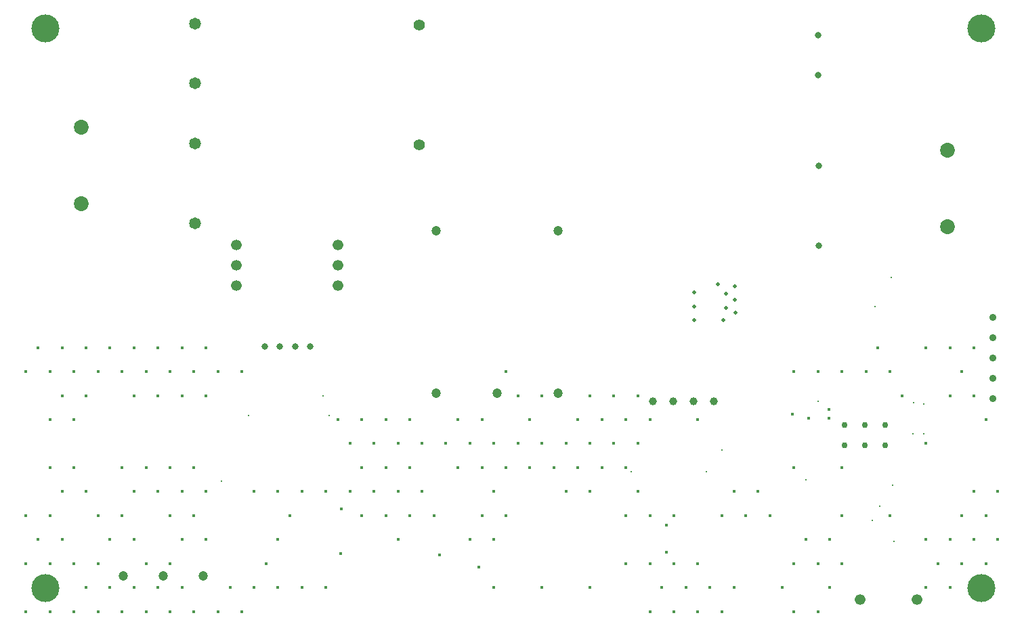
<source format=gbr>
%TF.GenerationSoftware,Altium Limited,Altium Designer,23.6.0 (18)*%
G04 Layer_Color=0*
%FSLAX45Y45*%
%MOMM*%
%TF.SameCoordinates,1BF17B70-E076-4422-95A1-EF062E3CA17A*%
%TF.FilePolarity,Positive*%
%TF.FileFunction,Plated,1,2,PTH,Drill*%
%TF.Part,Single*%
G01*
G75*
%TA.AperFunction,OtherDrill,Pad Free-2 (121mm,4mm)*%
%ADD110C,3.50000*%
%TA.AperFunction,OtherDrill,Pad Free-2 (4mm,4mm)*%
%ADD111C,3.50000*%
%TA.AperFunction,OtherDrill,Pad Free-2 (4mm,74mm)*%
%ADD112C,3.50000*%
%TA.AperFunction,OtherDrill,Pad Free-2 (121mm,74mm)*%
%ADD113C,3.50000*%
%TA.AperFunction,ComponentDrill*%
%ADD114C,1.20000*%
%ADD115C,1.20000*%
%ADD116C,0.80000*%
%ADD117C,1.33000*%
%ADD118C,0.81000*%
%ADD119C,1.33000*%
%ADD120C,0.76200*%
%ADD121C,1.85400*%
%ADD122C,1.48000*%
%ADD123C,1.40000*%
%ADD124C,0.90000*%
%ADD125C,1.00000*%
%TA.AperFunction,ViaDrill,NotFilled*%
%ADD126C,0.40000*%
%ADD127C,0.30000*%
%ADD128C,0.50000*%
D110*
X12100000Y400000D02*
D03*
D111*
X400000D02*
D03*
D112*
Y7400000D02*
D03*
D113*
X12100000D02*
D03*
D114*
X2370000Y550000D02*
D03*
X1870000D02*
D03*
X1370000D02*
D03*
D115*
X5285500Y2836500D02*
D03*
X6047500D02*
D03*
X6809500D02*
D03*
X5285500Y4868500D02*
D03*
X6809500D02*
D03*
D116*
X10060000Y7317500D02*
D03*
Y6817500D02*
D03*
X10062500Y5682500D02*
D03*
Y4682500D02*
D03*
D117*
X11295000Y255000D02*
D03*
X10580000D02*
D03*
D118*
X3136750Y3424000D02*
D03*
X3327250D02*
D03*
X3517750D02*
D03*
X3708250D02*
D03*
D119*
X4057500Y4186000D02*
D03*
Y4440000D02*
D03*
Y4694000D02*
D03*
X2787500D02*
D03*
Y4440000D02*
D03*
Y4186000D02*
D03*
D120*
X10894000Y2188500D02*
D03*
X10386000D02*
D03*
X10640000D02*
D03*
X10386000Y2442500D02*
D03*
X10640000D02*
D03*
X10894000D02*
D03*
D121*
X11675000Y4925000D02*
D03*
Y5877500D02*
D03*
X850000Y5210000D02*
D03*
Y6162500D02*
D03*
D122*
X2272500Y4965000D02*
D03*
Y5965000D02*
D03*
Y6715000D02*
D03*
Y7465000D02*
D03*
D123*
X5070000Y5947500D02*
D03*
Y7447500D02*
D03*
D124*
X12240000Y2769000D02*
D03*
Y3023000D02*
D03*
Y3277000D02*
D03*
Y3531000D02*
D03*
Y3785000D02*
D03*
D125*
X8756500Y2740000D02*
D03*
X8502500D02*
D03*
X8248500D02*
D03*
X7994500D02*
D03*
D126*
X10189683Y2632379D02*
D03*
Y2527353D02*
D03*
X9941500D02*
D03*
X9735000Y2576945D02*
D03*
X6155002Y3107500D02*
D03*
X12155000Y2507500D02*
D03*
X12305000Y1607500D02*
D03*
X12155000Y1307500D02*
D03*
X12305000Y1007500D02*
D03*
X12155000Y707500D02*
D03*
X12005000Y3407500D02*
D03*
X11855000Y3107500D02*
D03*
X12005000Y2807500D02*
D03*
Y1607500D02*
D03*
X11855000Y1307500D02*
D03*
X12005000Y1007500D02*
D03*
X11855000Y707500D02*
D03*
X11705000Y3407500D02*
D03*
Y2807500D02*
D03*
Y1007500D02*
D03*
X11555000Y707500D02*
D03*
X11705000Y407501D02*
D03*
X11405000Y3407500D02*
D03*
Y2207500D02*
D03*
Y1007500D02*
D03*
Y407501D02*
D03*
X10955000Y3107500D02*
D03*
X11105000Y2807500D02*
D03*
X10955000Y1307500D02*
D03*
X10805000Y3407500D02*
D03*
X10655001Y3107500D02*
D03*
X10355001D02*
D03*
Y1907500D02*
D03*
Y1307500D02*
D03*
Y707500D02*
D03*
X10055001Y3107500D02*
D03*
X10205001Y1007500D02*
D03*
X10055001Y707500D02*
D03*
X10205001Y407501D02*
D03*
X10055001Y107501D02*
D03*
X9755001Y3107500D02*
D03*
Y1907500D02*
D03*
X9905001Y1007500D02*
D03*
X9755001Y707500D02*
D03*
Y107501D02*
D03*
X9455001Y1307500D02*
D03*
X9605001Y407501D02*
D03*
X9305001Y1607500D02*
D03*
X9155001Y1307500D02*
D03*
X9005001Y1607500D02*
D03*
X8855001Y1307500D02*
D03*
X9005001Y407501D02*
D03*
X8855001Y107501D02*
D03*
X8555001Y2507500D02*
D03*
Y707500D02*
D03*
X8705001Y407501D02*
D03*
X8555001Y107501D02*
D03*
X8255001Y1307500D02*
D03*
Y707500D02*
D03*
X8405001Y407501D02*
D03*
X8255001Y107501D02*
D03*
X7955001Y2507500D02*
D03*
Y1307500D02*
D03*
Y707500D02*
D03*
X8105001Y407501D02*
D03*
X7955001Y107501D02*
D03*
X7805001Y2807500D02*
D03*
X7655001Y2507500D02*
D03*
X7805001Y2207500D02*
D03*
X7655001Y1907500D02*
D03*
X7805001Y1607500D02*
D03*
X7655001Y1307500D02*
D03*
Y707500D02*
D03*
X7505002Y2807500D02*
D03*
X7355002Y2507500D02*
D03*
X7505002Y2207500D02*
D03*
X7355002Y1907500D02*
D03*
X7205002Y2807500D02*
D03*
X7055002Y2507500D02*
D03*
X7205002Y2207500D02*
D03*
X7055002Y1907500D02*
D03*
X7205002Y1607500D02*
D03*
Y407501D02*
D03*
X6905002Y2207500D02*
D03*
X6755002Y1907500D02*
D03*
X6905002Y1607500D02*
D03*
X6605002Y2807500D02*
D03*
X6455002Y2507500D02*
D03*
X6605002Y2207500D02*
D03*
X6455002Y1907500D02*
D03*
X6605002Y407501D02*
D03*
X6305002Y2807500D02*
D03*
Y2207500D02*
D03*
X6155002Y1907500D02*
D03*
Y1307500D02*
D03*
X5855002Y2507500D02*
D03*
X6005002Y2207500D02*
D03*
X5855002Y1907500D02*
D03*
X6005002Y1607500D02*
D03*
X5855002Y1307500D02*
D03*
X6005002Y1007500D02*
D03*
Y407501D02*
D03*
X5555002Y2507500D02*
D03*
X5705002Y2207500D02*
D03*
X5555002Y1907500D02*
D03*
X5705002Y1007500D02*
D03*
X5405002Y2207500D02*
D03*
X5255002Y1307500D02*
D03*
X4955002Y2507500D02*
D03*
X5105002Y2207500D02*
D03*
X4955002Y1907500D02*
D03*
X5105002Y1607500D02*
D03*
X4955002Y1307500D02*
D03*
X4655002Y2507500D02*
D03*
X4805002Y2207500D02*
D03*
X4655002Y1907500D02*
D03*
X4805002Y1607500D02*
D03*
X4655002Y1307500D02*
D03*
X4805002Y1007500D02*
D03*
X4355002Y2507500D02*
D03*
X4505002Y2207500D02*
D03*
X4355002Y1907500D02*
D03*
X4505002Y1607500D02*
D03*
X4355002Y1307500D02*
D03*
X4055003Y2507500D02*
D03*
X4205003Y2207500D02*
D03*
Y1607500D02*
D03*
X3905003D02*
D03*
Y407501D02*
D03*
X3605003Y1607500D02*
D03*
X3455003Y1307500D02*
D03*
X3605003Y407501D02*
D03*
X3305003Y1607500D02*
D03*
Y1007500D02*
D03*
X3155003Y707500D02*
D03*
X3305003Y407501D02*
D03*
X2855003Y3107500D02*
D03*
X3005003Y1607500D02*
D03*
Y407501D02*
D03*
X2855003Y107501D02*
D03*
X2555003Y3107500D02*
D03*
X2705003Y407501D02*
D03*
X2555003Y107501D02*
D03*
X2405003Y3407500D02*
D03*
X2255003Y3107500D02*
D03*
X2405003Y2807500D02*
D03*
X2255003Y1907500D02*
D03*
X2405003Y1607500D02*
D03*
X2255003Y1307500D02*
D03*
X2405003Y1007500D02*
D03*
X2255003Y107501D02*
D03*
X2105003Y3407500D02*
D03*
X1955003Y3107500D02*
D03*
X2105003Y2807500D02*
D03*
X1955003Y1907500D02*
D03*
X2105003Y1607500D02*
D03*
X1955003Y1307500D02*
D03*
X2105003Y1007500D02*
D03*
X1955003Y707500D02*
D03*
X2105003Y407501D02*
D03*
X1955003Y107501D02*
D03*
X1805003Y3407500D02*
D03*
X1655003Y3107500D02*
D03*
X1805003Y2807500D02*
D03*
X1655003Y1907500D02*
D03*
X1805003Y1607500D02*
D03*
X1655003Y707500D02*
D03*
X1805003Y407501D02*
D03*
X1655003Y107501D02*
D03*
X1505003Y3407500D02*
D03*
X1355003Y3107500D02*
D03*
X1505003Y2807500D02*
D03*
X1355003Y1907500D02*
D03*
X1505003Y1607500D02*
D03*
X1355003Y1307500D02*
D03*
X1505003Y1007500D02*
D03*
Y407501D02*
D03*
X1355003Y107501D02*
D03*
X1205003Y3407500D02*
D03*
X1055003Y3107500D02*
D03*
Y1307500D02*
D03*
X1205003Y1007500D02*
D03*
X1055003Y707500D02*
D03*
X1205003Y407501D02*
D03*
X1055003Y107501D02*
D03*
X905004Y3407500D02*
D03*
X755004Y3107500D02*
D03*
X905004Y2807500D02*
D03*
X755004Y2507500D02*
D03*
Y1907500D02*
D03*
X905004Y1607500D02*
D03*
X755004Y707500D02*
D03*
X905004Y407501D02*
D03*
X755004Y107501D02*
D03*
X605004Y3407500D02*
D03*
X455004Y3107500D02*
D03*
X605004Y2807500D02*
D03*
X455004Y2507500D02*
D03*
Y1907500D02*
D03*
X605004Y1607500D02*
D03*
X455004Y1307500D02*
D03*
X605004Y1007500D02*
D03*
X455004Y707500D02*
D03*
Y107501D02*
D03*
X305004Y3407500D02*
D03*
X155004Y3107500D02*
D03*
Y1307500D02*
D03*
X305004Y1007500D02*
D03*
X155004Y707500D02*
D03*
Y107501D02*
D03*
X4100000Y1390000D02*
D03*
X8160000Y1187500D02*
D03*
Y852500D02*
D03*
X5325000Y817500D02*
D03*
X4090000Y835000D02*
D03*
X5812850Y660500D02*
D03*
D127*
X10055001Y2739530D02*
D03*
X8854850Y2131000D02*
D03*
X2602500Y1740000D02*
D03*
X10975000Y4285555D02*
D03*
X9901500Y1755000D02*
D03*
X3942500Y2557500D02*
D03*
X2937500D02*
D03*
X3865000Y2807500D02*
D03*
X7720000Y1852500D02*
D03*
X11380000Y2700000D02*
D03*
X11247500Y2717500D02*
D03*
X11380000Y2330000D02*
D03*
X11243955Y2333955D02*
D03*
X10768800Y3925500D02*
D03*
X8662100Y1855000D02*
D03*
X10987500Y1685000D02*
D03*
X10832500Y1425000D02*
D03*
X11010000Y980000D02*
D03*
X10736473Y1250005D02*
D03*
D128*
X8872500Y3750000D02*
D03*
X8805000Y4202500D02*
D03*
X8507500Y4097500D02*
D03*
X8505000Y3922500D02*
D03*
X8510000Y3750000D02*
D03*
X8905000Y3907500D02*
D03*
X8902500Y4080000D02*
D03*
X9025000Y3842500D02*
D03*
X9020000Y4007500D02*
D03*
X9012500Y4175000D02*
D03*
%TF.MD5,48f5acd24a7db583cd039a7c16e49f78*%
M02*

</source>
